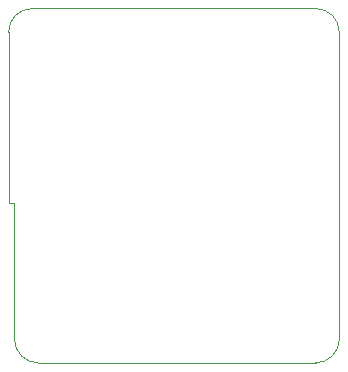
<source format=gm1>
G04 #@! TF.GenerationSoftware,KiCad,Pcbnew,5.1.4+dfsg1-1*
G04 #@! TF.CreationDate,2020-04-13T00:01:02+02:00*
G04 #@! TF.ProjectId,C245_conn,43323435-5f63-46f6-9e6e-2e6b69636164,rev?*
G04 #@! TF.SameCoordinates,Original*
G04 #@! TF.FileFunction,Profile,NP*
%FSLAX46Y46*%
G04 Gerber Fmt 4.6, Leading zero omitted, Abs format (unit mm)*
G04 Created by KiCad (PCBNEW 5.1.4+dfsg1-1) date 2020-04-13 00:01:02*
%MOMM*%
%LPD*%
G04 APERTURE LIST*
%ADD10C,0.050000*%
G04 APERTURE END LIST*
D10*
X86500000Y-106500000D02*
X86000000Y-106500000D01*
X86500000Y-118000000D02*
X86500000Y-106500000D01*
X114000000Y-118000000D02*
G75*
G02X112000000Y-120000000I-2000000J0D01*
G01*
X112000000Y-90000000D02*
G75*
G02X114000000Y-92000000I0J-2000000D01*
G01*
X86000000Y-92000000D02*
G75*
G02X88000000Y-90000000I2000000J0D01*
G01*
X88500000Y-120000000D02*
G75*
G02X86500000Y-118000000I0J2000000D01*
G01*
X88500000Y-120000000D02*
X112000000Y-120000000D01*
X114000000Y-118000000D02*
X114000000Y-92000000D01*
X112000000Y-90000000D02*
X88000000Y-90000000D01*
X86000000Y-92000000D02*
X86000000Y-106500000D01*
M02*

</source>
